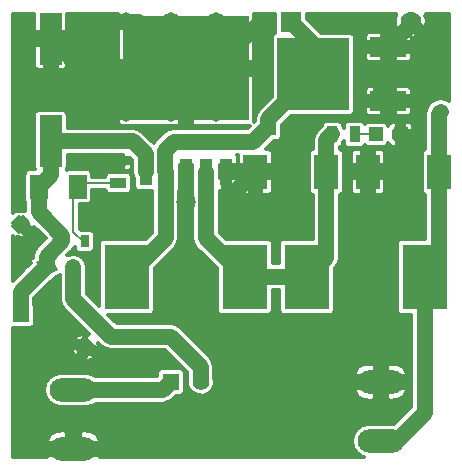
<source format=gtl>
G04 (created by PCBNEW (2013-07-07 BZR 4022)-stable) date 02/05/2014 07:12:38*
%MOIN*%
G04 Gerber Fmt 3.4, Leading zero omitted, Abs format*
%FSLAX34Y34*%
G01*
G70*
G90*
G04 APERTURE LIST*
%ADD10C,0.00590551*%
%ADD11R,0.0787X0.1181*%
%ADD12R,0.1516X0.2165*%
%ADD13R,0.035X0.055*%
%ADD14R,0.0472X0.0472*%
%ADD15R,0.042X0.09*%
%ADD16R,0.42X0.35*%
%ADD17R,0.12X0.065*%
%ADD18R,0.24X0.24*%
%ADD19R,0.0748X0.1732*%
%ADD20R,0.055X0.035*%
%ADD21R,0.055X0.055*%
%ADD22R,0.06X0.08*%
%ADD23R,0.0315X0.0394*%
%ADD24C,0.07*%
%ADD25R,0.07X0.07*%
%ADD26O,0.156X0.078*%
%ADD27C,0.055*%
%ADD28C,0.065*%
%ADD29C,0.0544*%
%ADD30C,0.008*%
%ADD31C,0.012*%
G04 APERTURE END LIST*
G54D10*
G54D11*
X72319Y-43000D03*
X74681Y-43000D03*
X76069Y-43000D03*
X78431Y-43000D03*
G54D12*
X68041Y-46500D03*
X71959Y-46500D03*
X74041Y-46500D03*
X77959Y-46500D03*
G54D13*
X74875Y-41750D03*
X75625Y-41750D03*
G54D14*
X76337Y-41750D03*
X77163Y-41750D03*
G54D15*
X68660Y-43000D03*
G54D16*
X70000Y-39550D03*
G54D15*
X70000Y-43000D03*
X69330Y-43000D03*
X70670Y-43000D03*
X71340Y-43000D03*
G54D17*
X76750Y-40650D03*
G54D18*
X74250Y-39750D03*
G54D17*
X76750Y-38850D03*
G54D19*
X65500Y-41982D03*
X65500Y-38557D03*
G54D20*
X67750Y-43375D03*
X67750Y-42625D03*
G54D21*
X72750Y-41500D03*
G54D22*
X66400Y-43500D03*
X65100Y-43500D03*
G54D23*
X66250Y-46183D03*
X65875Y-45317D03*
X66625Y-45317D03*
G54D24*
X77500Y-38000D03*
G54D25*
X73500Y-38000D03*
G54D26*
X66250Y-52240D03*
X66250Y-50270D03*
X76500Y-50010D03*
X76500Y-51980D03*
G54D10*
G36*
X65731Y-46273D02*
X65233Y-46505D01*
X65000Y-46007D01*
X65499Y-45775D01*
X65731Y-46273D01*
X65731Y-46273D01*
G37*
G54D27*
X66633Y-48859D03*
G54D21*
X64500Y-47750D03*
G54D27*
X64500Y-44750D03*
G54D21*
X69500Y-50000D03*
G54D27*
X70500Y-50000D03*
G54D28*
X71750Y-44000D03*
X70000Y-44000D03*
X66250Y-39250D03*
X76750Y-43000D03*
X76500Y-40000D03*
X69500Y-41000D03*
X68000Y-41000D03*
X68000Y-39500D03*
X68750Y-40250D03*
X69500Y-39500D03*
X70250Y-40250D03*
X71000Y-41000D03*
X71750Y-40250D03*
X71000Y-39500D03*
X72500Y-38000D03*
X71750Y-38750D03*
X71000Y-38000D03*
X70250Y-38750D03*
X69500Y-38000D03*
X68750Y-38750D03*
X68000Y-38000D03*
X67000Y-42750D03*
G54D29*
X77959Y-46500D02*
X77959Y-51041D01*
X77020Y-51980D02*
X76500Y-51980D01*
X77959Y-51041D02*
X77020Y-51980D01*
X77959Y-46500D02*
X78431Y-46028D01*
X78431Y-46028D02*
X78431Y-43000D01*
X78500Y-41000D02*
X78431Y-41069D01*
X78431Y-41069D02*
X78431Y-43000D01*
X74041Y-46500D02*
X74681Y-45860D01*
X74681Y-45860D02*
X74681Y-43000D01*
X74875Y-41750D02*
X74681Y-41944D01*
X74681Y-41944D02*
X74681Y-43000D01*
X71959Y-46500D02*
X70670Y-45211D01*
X70670Y-45211D02*
X70670Y-43000D01*
X71959Y-46500D02*
X74041Y-46500D01*
X74250Y-39750D02*
X72750Y-41250D01*
X72750Y-41250D02*
X72750Y-41500D01*
X72750Y-41500D02*
X72250Y-42000D01*
X72250Y-42000D02*
X69600Y-42000D01*
X69600Y-42000D02*
X69300Y-42300D01*
X69300Y-42300D02*
X69300Y-42970D01*
X69300Y-42970D02*
X69330Y-43000D01*
X68041Y-46500D02*
X69330Y-45211D01*
X69330Y-45211D02*
X69330Y-43000D01*
X73500Y-38000D02*
X74250Y-38750D01*
X74250Y-38750D02*
X74250Y-39750D01*
X65875Y-45317D02*
X65875Y-45125D01*
X65100Y-44350D02*
X65100Y-43500D01*
X65875Y-45125D02*
X65100Y-44350D01*
X65366Y-46140D02*
X65366Y-45825D01*
X65366Y-45825D02*
X65875Y-45317D01*
X64500Y-47750D02*
X64500Y-47006D01*
X64500Y-47006D02*
X65366Y-46140D01*
X68660Y-43000D02*
X68660Y-42410D01*
X68232Y-41982D02*
X65500Y-41982D01*
X68660Y-42410D02*
X68232Y-41982D01*
X65500Y-41982D02*
X65500Y-43100D01*
X65500Y-43100D02*
X65100Y-43500D01*
X70500Y-50000D02*
X70500Y-49500D01*
X66250Y-47250D02*
X66250Y-46183D01*
X67500Y-48500D02*
X66250Y-47250D01*
X69500Y-48500D02*
X67500Y-48500D01*
X70500Y-49500D02*
X69500Y-48500D01*
X66250Y-50270D02*
X69230Y-50270D01*
X69230Y-50270D02*
X69500Y-50000D01*
X72319Y-43000D02*
X71750Y-43569D01*
X71750Y-43569D02*
X71750Y-44000D01*
X70000Y-43000D02*
X70000Y-44000D01*
X65500Y-38557D02*
X66193Y-39250D01*
X66193Y-39250D02*
X66250Y-39250D01*
X77163Y-41750D02*
X77250Y-41837D01*
X76750Y-43000D02*
X76069Y-43000D01*
X77250Y-42500D02*
X76750Y-43000D01*
X77250Y-41837D02*
X77250Y-42500D01*
X76750Y-40650D02*
X76500Y-40400D01*
X76500Y-40400D02*
X76500Y-40000D01*
X76750Y-38850D02*
X77500Y-38100D01*
X77500Y-38100D02*
X77500Y-38000D01*
X70000Y-39550D02*
X68450Y-38000D01*
X69500Y-41000D02*
X70000Y-39550D01*
X68000Y-39500D02*
X68000Y-41000D01*
X69500Y-39500D02*
X68750Y-40250D01*
X71000Y-41000D02*
X70250Y-40250D01*
X71000Y-39500D02*
X71750Y-40250D01*
X71750Y-38750D02*
X72500Y-38000D01*
X70250Y-38750D02*
X71000Y-38000D01*
X68750Y-38750D02*
X69500Y-38000D01*
X68450Y-38000D02*
X68000Y-38000D01*
X72319Y-43000D02*
X71750Y-43000D01*
X71750Y-43000D02*
X71340Y-43000D01*
X67750Y-42625D02*
X67125Y-42625D01*
X67125Y-42625D02*
X67000Y-42750D01*
G54D30*
X67750Y-43375D02*
X66525Y-43375D01*
X66525Y-43375D02*
X66400Y-43500D01*
X66625Y-45317D02*
X66567Y-45317D01*
X66250Y-43650D02*
X66400Y-43500D01*
X66250Y-45000D02*
X66250Y-43650D01*
X66567Y-45317D02*
X66250Y-45000D01*
X76337Y-41750D02*
X75625Y-41750D01*
G54D10*
G36*
X65331Y-45221D02*
X65046Y-45506D01*
X64948Y-45652D01*
X64914Y-45825D01*
X64914Y-45849D01*
X64892Y-45859D01*
X64843Y-45912D01*
X64819Y-45979D01*
X64822Y-46045D01*
X64681Y-46185D01*
X64230Y-46637D01*
X64230Y-45131D01*
X64324Y-45225D01*
X64361Y-45188D01*
X64530Y-45210D01*
X64648Y-45187D01*
X64681Y-45125D01*
X64500Y-44944D01*
X64441Y-45002D01*
X64247Y-44808D01*
X64305Y-44750D01*
X64247Y-44691D01*
X64441Y-44497D01*
X64500Y-44555D01*
X64558Y-44497D01*
X64752Y-44691D01*
X64694Y-44750D01*
X64875Y-44931D01*
X64937Y-44898D01*
X64945Y-44835D01*
X65331Y-45221D01*
X65331Y-45221D01*
G37*
G54D31*
X65331Y-45221D02*
X65046Y-45506D01*
X64948Y-45652D01*
X64914Y-45825D01*
X64914Y-45849D01*
X64892Y-45859D01*
X64843Y-45912D01*
X64819Y-45979D01*
X64822Y-46045D01*
X64681Y-46185D01*
X64230Y-46637D01*
X64230Y-45131D01*
X64324Y-45225D01*
X64361Y-45188D01*
X64530Y-45210D01*
X64648Y-45187D01*
X64681Y-45125D01*
X64500Y-44944D01*
X64441Y-45002D01*
X64247Y-44808D01*
X64305Y-44750D01*
X64247Y-44691D01*
X64441Y-44497D01*
X64500Y-44555D01*
X64558Y-44497D01*
X64752Y-44691D01*
X64694Y-44750D01*
X64875Y-44931D01*
X64937Y-44898D01*
X64945Y-44835D01*
X65331Y-45221D01*
G54D10*
G36*
X68878Y-45023D02*
X68664Y-45237D01*
X67247Y-45237D01*
X67181Y-45264D01*
X67130Y-45315D01*
X67103Y-45381D01*
X67102Y-45453D01*
X67102Y-47463D01*
X66702Y-47062D01*
X66702Y-46183D01*
X66667Y-46010D01*
X66569Y-45863D01*
X66422Y-45765D01*
X66250Y-45731D01*
X66077Y-45765D01*
X66043Y-45787D01*
X66194Y-45636D01*
X66194Y-45636D01*
X66194Y-45636D01*
X66287Y-45497D01*
X66287Y-45549D01*
X66314Y-45615D01*
X66365Y-45666D01*
X66431Y-45693D01*
X66503Y-45694D01*
X66818Y-45694D01*
X66884Y-45666D01*
X66935Y-45616D01*
X66962Y-45549D01*
X66962Y-45478D01*
X66962Y-45084D01*
X66935Y-45018D01*
X66884Y-44967D01*
X66818Y-44940D01*
X66746Y-44939D01*
X66501Y-44939D01*
X66470Y-44908D01*
X66470Y-44080D01*
X66735Y-44080D01*
X66801Y-44052D01*
X66852Y-44002D01*
X66879Y-43935D01*
X66880Y-43864D01*
X66880Y-43595D01*
X67298Y-43595D01*
X67322Y-43651D01*
X67372Y-43702D01*
X67439Y-43729D01*
X67510Y-43730D01*
X68060Y-43730D01*
X68126Y-43702D01*
X68177Y-43652D01*
X68204Y-43585D01*
X68205Y-43514D01*
X68205Y-43164D01*
X68203Y-43159D01*
X68203Y-42835D01*
X68203Y-42757D01*
X68158Y-42712D01*
X67887Y-42712D01*
X67887Y-42933D01*
X67932Y-42978D01*
X67989Y-42978D01*
X68060Y-42978D01*
X68126Y-42950D01*
X68176Y-42900D01*
X68203Y-42835D01*
X68203Y-43159D01*
X68177Y-43098D01*
X68127Y-43047D01*
X68060Y-43020D01*
X67989Y-43019D01*
X67612Y-43019D01*
X67612Y-42933D01*
X67612Y-42712D01*
X67341Y-42712D01*
X67296Y-42757D01*
X67296Y-42835D01*
X67323Y-42900D01*
X67373Y-42950D01*
X67439Y-42978D01*
X67510Y-42978D01*
X67567Y-42978D01*
X67612Y-42933D01*
X67612Y-43019D01*
X67439Y-43019D01*
X67373Y-43047D01*
X67322Y-43097D01*
X67298Y-43155D01*
X66880Y-43155D01*
X66880Y-43064D01*
X66852Y-42998D01*
X66802Y-42947D01*
X66735Y-42920D01*
X66664Y-42919D01*
X66064Y-42919D01*
X66033Y-42932D01*
X66053Y-42883D01*
X66054Y-42812D01*
X66054Y-42434D01*
X67296Y-42434D01*
X67296Y-42492D01*
X67341Y-42537D01*
X67612Y-42537D01*
X67612Y-42450D01*
X67887Y-42450D01*
X67887Y-42537D01*
X68148Y-42537D01*
X68208Y-42597D01*
X68208Y-43000D01*
X68242Y-43172D01*
X68269Y-43214D01*
X68269Y-43485D01*
X68297Y-43551D01*
X68347Y-43602D01*
X68414Y-43629D01*
X68485Y-43630D01*
X68878Y-43630D01*
X68878Y-45023D01*
X68878Y-45023D01*
G37*
G54D31*
X68878Y-45023D02*
X68664Y-45237D01*
X67247Y-45237D01*
X67181Y-45264D01*
X67130Y-45315D01*
X67103Y-45381D01*
X67102Y-45453D01*
X67102Y-47463D01*
X66702Y-47062D01*
X66702Y-46183D01*
X66667Y-46010D01*
X66569Y-45863D01*
X66422Y-45765D01*
X66250Y-45731D01*
X66077Y-45765D01*
X66043Y-45787D01*
X66194Y-45636D01*
X66194Y-45636D01*
X66194Y-45636D01*
X66287Y-45497D01*
X66287Y-45549D01*
X66314Y-45615D01*
X66365Y-45666D01*
X66431Y-45693D01*
X66503Y-45694D01*
X66818Y-45694D01*
X66884Y-45666D01*
X66935Y-45616D01*
X66962Y-45549D01*
X66962Y-45478D01*
X66962Y-45084D01*
X66935Y-45018D01*
X66884Y-44967D01*
X66818Y-44940D01*
X66746Y-44939D01*
X66501Y-44939D01*
X66470Y-44908D01*
X66470Y-44080D01*
X66735Y-44080D01*
X66801Y-44052D01*
X66852Y-44002D01*
X66879Y-43935D01*
X66880Y-43864D01*
X66880Y-43595D01*
X67298Y-43595D01*
X67322Y-43651D01*
X67372Y-43702D01*
X67439Y-43729D01*
X67510Y-43730D01*
X68060Y-43730D01*
X68126Y-43702D01*
X68177Y-43652D01*
X68204Y-43585D01*
X68205Y-43514D01*
X68205Y-43164D01*
X68203Y-43159D01*
X68203Y-42835D01*
X68203Y-42757D01*
X68158Y-42712D01*
X67887Y-42712D01*
X67887Y-42933D01*
X67932Y-42978D01*
X67989Y-42978D01*
X68060Y-42978D01*
X68126Y-42950D01*
X68176Y-42900D01*
X68203Y-42835D01*
X68203Y-43159D01*
X68177Y-43098D01*
X68127Y-43047D01*
X68060Y-43020D01*
X67989Y-43019D01*
X67612Y-43019D01*
X67612Y-42933D01*
X67612Y-42712D01*
X67341Y-42712D01*
X67296Y-42757D01*
X67296Y-42835D01*
X67323Y-42900D01*
X67373Y-42950D01*
X67439Y-42978D01*
X67510Y-42978D01*
X67567Y-42978D01*
X67612Y-42933D01*
X67612Y-43019D01*
X67439Y-43019D01*
X67373Y-43047D01*
X67322Y-43097D01*
X67298Y-43155D01*
X66880Y-43155D01*
X66880Y-43064D01*
X66852Y-42998D01*
X66802Y-42947D01*
X66735Y-42920D01*
X66664Y-42919D01*
X66064Y-42919D01*
X66033Y-42932D01*
X66053Y-42883D01*
X66054Y-42812D01*
X66054Y-42434D01*
X67296Y-42434D01*
X67296Y-42492D01*
X67341Y-42537D01*
X67612Y-42537D01*
X67612Y-42450D01*
X67887Y-42450D01*
X67887Y-42537D01*
X68148Y-42537D01*
X68208Y-42597D01*
X68208Y-43000D01*
X68242Y-43172D01*
X68269Y-43214D01*
X68269Y-43485D01*
X68297Y-43551D01*
X68347Y-43602D01*
X68414Y-43629D01*
X68485Y-43630D01*
X68878Y-43630D01*
X68878Y-45023D01*
G54D10*
G36*
X72970Y-38387D02*
X72948Y-38397D01*
X72897Y-38447D01*
X72870Y-38514D01*
X72869Y-38585D01*
X72869Y-40490D01*
X72430Y-40930D01*
X72332Y-41077D01*
X72323Y-41121D01*
X72322Y-41122D01*
X72295Y-41189D01*
X72294Y-41260D01*
X72294Y-41315D01*
X72278Y-41332D01*
X72278Y-41264D01*
X72278Y-39806D01*
X72233Y-39762D01*
X70212Y-39762D01*
X70212Y-41433D01*
X70256Y-41478D01*
X72132Y-41478D01*
X72062Y-41548D01*
X69788Y-41548D01*
X69788Y-41433D01*
X69788Y-39762D01*
X67766Y-39762D01*
X67721Y-39806D01*
X67721Y-41264D01*
X67721Y-41335D01*
X67749Y-41401D01*
X67799Y-41451D01*
X67864Y-41478D01*
X69743Y-41478D01*
X69788Y-41433D01*
X69788Y-41548D01*
X69600Y-41548D01*
X69427Y-41582D01*
X69378Y-41614D01*
X69280Y-41680D01*
X68980Y-41980D01*
X68936Y-42046D01*
X68551Y-41662D01*
X68404Y-41564D01*
X68232Y-41530D01*
X66054Y-41530D01*
X66054Y-41080D01*
X66052Y-41075D01*
X66052Y-39458D01*
X66052Y-38813D01*
X66007Y-38769D01*
X65687Y-38769D01*
X65687Y-39556D01*
X65731Y-39601D01*
X65838Y-39601D01*
X65909Y-39601D01*
X65975Y-39573D01*
X66025Y-39523D01*
X66052Y-39458D01*
X66052Y-41075D01*
X66026Y-41014D01*
X65976Y-40963D01*
X65909Y-40936D01*
X65838Y-40935D01*
X65313Y-40935D01*
X65313Y-39556D01*
X65313Y-38769D01*
X64992Y-38769D01*
X64947Y-38813D01*
X64947Y-39458D01*
X64974Y-39523D01*
X65024Y-39573D01*
X65090Y-39601D01*
X65161Y-39601D01*
X65268Y-39601D01*
X65313Y-39556D01*
X65313Y-40935D01*
X65090Y-40935D01*
X65024Y-40963D01*
X64973Y-41013D01*
X64946Y-41080D01*
X64945Y-41151D01*
X64945Y-42883D01*
X64960Y-42919D01*
X64764Y-42919D01*
X64698Y-42947D01*
X64647Y-42997D01*
X64620Y-43064D01*
X64619Y-43135D01*
X64619Y-43935D01*
X64647Y-44001D01*
X64648Y-44002D01*
X64648Y-44302D01*
X64638Y-44311D01*
X64469Y-44289D01*
X64360Y-44310D01*
X64324Y-44274D01*
X64230Y-44368D01*
X64230Y-37730D01*
X64947Y-37730D01*
X64947Y-38300D01*
X64992Y-38345D01*
X65313Y-38345D01*
X65313Y-38337D01*
X65687Y-38337D01*
X65687Y-38345D01*
X66007Y-38345D01*
X66052Y-38300D01*
X66052Y-37730D01*
X67736Y-37730D01*
X67721Y-37764D01*
X67721Y-37835D01*
X67721Y-39293D01*
X67766Y-39338D01*
X69788Y-39338D01*
X69788Y-39330D01*
X70212Y-39330D01*
X70212Y-39338D01*
X72233Y-39338D01*
X72278Y-39293D01*
X72278Y-37835D01*
X72278Y-37764D01*
X72263Y-37730D01*
X72969Y-37730D01*
X72969Y-38385D01*
X72970Y-38387D01*
X72970Y-38387D01*
G37*
G54D31*
X72970Y-38387D02*
X72948Y-38397D01*
X72897Y-38447D01*
X72870Y-38514D01*
X72869Y-38585D01*
X72869Y-40490D01*
X72430Y-40930D01*
X72332Y-41077D01*
X72323Y-41121D01*
X72322Y-41122D01*
X72295Y-41189D01*
X72294Y-41260D01*
X72294Y-41315D01*
X72278Y-41332D01*
X72278Y-41264D01*
X72278Y-39806D01*
X72233Y-39762D01*
X70212Y-39762D01*
X70212Y-41433D01*
X70256Y-41478D01*
X72132Y-41478D01*
X72062Y-41548D01*
X69788Y-41548D01*
X69788Y-41433D01*
X69788Y-39762D01*
X67766Y-39762D01*
X67721Y-39806D01*
X67721Y-41264D01*
X67721Y-41335D01*
X67749Y-41401D01*
X67799Y-41451D01*
X67864Y-41478D01*
X69743Y-41478D01*
X69788Y-41433D01*
X69788Y-41548D01*
X69600Y-41548D01*
X69427Y-41582D01*
X69378Y-41614D01*
X69280Y-41680D01*
X68980Y-41980D01*
X68936Y-42046D01*
X68551Y-41662D01*
X68404Y-41564D01*
X68232Y-41530D01*
X66054Y-41530D01*
X66054Y-41080D01*
X66052Y-41075D01*
X66052Y-39458D01*
X66052Y-38813D01*
X66007Y-38769D01*
X65687Y-38769D01*
X65687Y-39556D01*
X65731Y-39601D01*
X65838Y-39601D01*
X65909Y-39601D01*
X65975Y-39573D01*
X66025Y-39523D01*
X66052Y-39458D01*
X66052Y-41075D01*
X66026Y-41014D01*
X65976Y-40963D01*
X65909Y-40936D01*
X65838Y-40935D01*
X65313Y-40935D01*
X65313Y-39556D01*
X65313Y-38769D01*
X64992Y-38769D01*
X64947Y-38813D01*
X64947Y-39458D01*
X64974Y-39523D01*
X65024Y-39573D01*
X65090Y-39601D01*
X65161Y-39601D01*
X65268Y-39601D01*
X65313Y-39556D01*
X65313Y-40935D01*
X65090Y-40935D01*
X65024Y-40963D01*
X64973Y-41013D01*
X64946Y-41080D01*
X64945Y-41151D01*
X64945Y-42883D01*
X64960Y-42919D01*
X64764Y-42919D01*
X64698Y-42947D01*
X64647Y-42997D01*
X64620Y-43064D01*
X64619Y-43135D01*
X64619Y-43935D01*
X64647Y-44001D01*
X64648Y-44002D01*
X64648Y-44302D01*
X64638Y-44311D01*
X64469Y-44289D01*
X64360Y-44310D01*
X64324Y-44274D01*
X64230Y-44368D01*
X64230Y-37730D01*
X64947Y-37730D01*
X64947Y-38300D01*
X64992Y-38345D01*
X65313Y-38345D01*
X65313Y-38337D01*
X65687Y-38337D01*
X65687Y-38345D01*
X66007Y-38345D01*
X66052Y-38300D01*
X66052Y-37730D01*
X67736Y-37730D01*
X67721Y-37764D01*
X67721Y-37835D01*
X67721Y-39293D01*
X67766Y-39338D01*
X69788Y-39338D01*
X69788Y-39330D01*
X70212Y-39330D01*
X70212Y-39338D01*
X72233Y-39338D01*
X72278Y-39293D01*
X72278Y-37835D01*
X72278Y-37764D01*
X72263Y-37730D01*
X72969Y-37730D01*
X72969Y-38385D01*
X72970Y-38387D01*
G54D10*
G36*
X78770Y-40647D02*
X78672Y-40582D01*
X78500Y-40548D01*
X78327Y-40582D01*
X78180Y-40680D01*
X78111Y-40749D01*
X78036Y-40862D01*
X78013Y-40896D01*
X77979Y-41069D01*
X77979Y-42238D01*
X77935Y-42256D01*
X77884Y-42307D01*
X77857Y-42373D01*
X77857Y-42445D01*
X77857Y-43626D01*
X77884Y-43692D01*
X77935Y-43743D01*
X77979Y-43761D01*
X77979Y-45237D01*
X77702Y-45237D01*
X77577Y-45237D01*
X77577Y-41950D01*
X77577Y-41549D01*
X77577Y-41478D01*
X77549Y-41412D01*
X77528Y-41391D01*
X77528Y-41010D01*
X77528Y-40289D01*
X77528Y-39210D01*
X77528Y-39057D01*
X77483Y-39012D01*
X76962Y-39012D01*
X76962Y-39308D01*
X77006Y-39353D01*
X77314Y-39353D01*
X77385Y-39353D01*
X77451Y-39325D01*
X77501Y-39275D01*
X77528Y-39210D01*
X77528Y-40289D01*
X77501Y-40224D01*
X77451Y-40174D01*
X77385Y-40146D01*
X77314Y-40146D01*
X77006Y-40146D01*
X76962Y-40191D01*
X76962Y-40487D01*
X77483Y-40487D01*
X77528Y-40442D01*
X77528Y-40289D01*
X77528Y-41010D01*
X77528Y-40857D01*
X77483Y-40812D01*
X76962Y-40812D01*
X76962Y-41108D01*
X77006Y-41153D01*
X77314Y-41153D01*
X77385Y-41153D01*
X77451Y-41125D01*
X77501Y-41075D01*
X77528Y-41010D01*
X77528Y-41391D01*
X77499Y-41362D01*
X77434Y-41335D01*
X77325Y-41335D01*
X77281Y-41380D01*
X77281Y-41632D01*
X77532Y-41632D01*
X77577Y-41587D01*
X77577Y-41549D01*
X77577Y-41950D01*
X77577Y-41912D01*
X77532Y-41868D01*
X77281Y-41868D01*
X77281Y-42119D01*
X77325Y-42164D01*
X77434Y-42164D01*
X77499Y-42137D01*
X77549Y-42087D01*
X77577Y-42021D01*
X77577Y-41950D01*
X77577Y-45237D01*
X77165Y-45237D01*
X77099Y-45264D01*
X77048Y-45315D01*
X77021Y-45381D01*
X77020Y-45453D01*
X77020Y-47618D01*
X77048Y-47684D01*
X77098Y-47735D01*
X77165Y-47762D01*
X77236Y-47762D01*
X77507Y-47762D01*
X77507Y-50853D01*
X77386Y-50974D01*
X77386Y-50286D01*
X77386Y-49733D01*
X77271Y-49513D01*
X77051Y-49405D01*
X76808Y-49389D01*
X76712Y-49454D01*
X76712Y-49815D01*
X77375Y-49815D01*
X77386Y-49733D01*
X77386Y-50286D01*
X77375Y-50205D01*
X76712Y-50205D01*
X76712Y-50565D01*
X76808Y-50630D01*
X77051Y-50614D01*
X77271Y-50506D01*
X77386Y-50286D01*
X77386Y-50974D01*
X76943Y-51416D01*
X76908Y-51410D01*
X76640Y-51410D01*
X76640Y-43555D01*
X76640Y-42444D01*
X76640Y-42373D01*
X76613Y-42308D01*
X76563Y-42258D01*
X76497Y-42231D01*
X76310Y-42231D01*
X76265Y-42275D01*
X76265Y-42788D01*
X76596Y-42788D01*
X76640Y-42743D01*
X76640Y-42444D01*
X76640Y-43555D01*
X76640Y-43256D01*
X76596Y-43212D01*
X76265Y-43212D01*
X76265Y-43724D01*
X76310Y-43768D01*
X76497Y-43768D01*
X76563Y-43741D01*
X76613Y-43691D01*
X76640Y-43626D01*
X76640Y-43555D01*
X76640Y-51410D01*
X76288Y-51410D01*
X76288Y-50565D01*
X76288Y-50205D01*
X76288Y-49815D01*
X76288Y-49454D01*
X76191Y-49389D01*
X75948Y-49405D01*
X75872Y-49442D01*
X75872Y-43724D01*
X75872Y-43212D01*
X75872Y-42788D01*
X75872Y-42275D01*
X75827Y-42231D01*
X75640Y-42231D01*
X75574Y-42258D01*
X75524Y-42308D01*
X75497Y-42373D01*
X75497Y-42444D01*
X75497Y-42743D01*
X75541Y-42788D01*
X75872Y-42788D01*
X75872Y-43212D01*
X75541Y-43212D01*
X75497Y-43256D01*
X75497Y-43555D01*
X75497Y-43626D01*
X75524Y-43691D01*
X75574Y-43741D01*
X75640Y-43768D01*
X75827Y-43768D01*
X75872Y-43724D01*
X75872Y-49442D01*
X75728Y-49513D01*
X75613Y-49733D01*
X75624Y-49815D01*
X76288Y-49815D01*
X76288Y-50205D01*
X75624Y-50205D01*
X75613Y-50286D01*
X75728Y-50506D01*
X75948Y-50614D01*
X76191Y-50630D01*
X76288Y-50565D01*
X76288Y-51410D01*
X76091Y-51410D01*
X75873Y-51453D01*
X75688Y-51576D01*
X75564Y-51761D01*
X75521Y-51980D01*
X75564Y-52198D01*
X75688Y-52383D01*
X75873Y-52506D01*
X75940Y-52520D01*
X69955Y-52520D01*
X69955Y-50239D01*
X69955Y-49689D01*
X69927Y-49623D01*
X69877Y-49572D01*
X69810Y-49545D01*
X69739Y-49544D01*
X69189Y-49544D01*
X69123Y-49572D01*
X69072Y-49622D01*
X69045Y-49689D01*
X69044Y-49760D01*
X69044Y-49815D01*
X69042Y-49818D01*
X66988Y-49818D01*
X66957Y-49797D01*
X66957Y-49123D01*
X66716Y-49035D01*
X66639Y-49246D01*
X66628Y-49276D01*
X66684Y-49318D01*
X66856Y-49264D01*
X66953Y-49193D01*
X66957Y-49123D01*
X66957Y-49797D01*
X66876Y-49743D01*
X66658Y-49700D01*
X66457Y-49700D01*
X66457Y-48941D01*
X66216Y-48853D01*
X66174Y-48910D01*
X66229Y-49082D01*
X66299Y-49178D01*
X66369Y-49182D01*
X66457Y-48941D01*
X66457Y-49700D01*
X65841Y-49700D01*
X65623Y-49743D01*
X65438Y-49866D01*
X65314Y-50051D01*
X65271Y-50270D01*
X65314Y-50488D01*
X65438Y-50673D01*
X65623Y-50796D01*
X65841Y-50840D01*
X66658Y-50840D01*
X66876Y-50796D01*
X66988Y-50722D01*
X69230Y-50722D01*
X69402Y-50687D01*
X69402Y-50687D01*
X69549Y-50589D01*
X69684Y-50455D01*
X69810Y-50455D01*
X69876Y-50427D01*
X69927Y-50377D01*
X69954Y-50310D01*
X69955Y-50239D01*
X69955Y-52520D01*
X67134Y-52520D01*
X67136Y-52516D01*
X67136Y-51963D01*
X67021Y-51743D01*
X66801Y-51635D01*
X66558Y-51619D01*
X66462Y-51684D01*
X66462Y-52045D01*
X67125Y-52045D01*
X67136Y-51963D01*
X67136Y-52516D01*
X67125Y-52435D01*
X66462Y-52435D01*
X66462Y-52459D01*
X66038Y-52459D01*
X66038Y-52435D01*
X66038Y-52045D01*
X66038Y-51684D01*
X65941Y-51619D01*
X65698Y-51635D01*
X65478Y-51743D01*
X65363Y-51963D01*
X65374Y-52045D01*
X66038Y-52045D01*
X66038Y-52435D01*
X65374Y-52435D01*
X65363Y-52516D01*
X65365Y-52520D01*
X64230Y-52520D01*
X64230Y-49250D01*
X64230Y-48205D01*
X64260Y-48205D01*
X64810Y-48205D01*
X64876Y-48177D01*
X64927Y-48127D01*
X64954Y-48060D01*
X64955Y-47989D01*
X64955Y-47439D01*
X64952Y-47432D01*
X64952Y-47193D01*
X65623Y-46522D01*
X65798Y-46441D01*
X65798Y-47250D01*
X65832Y-47422D01*
X65930Y-47569D01*
X66777Y-48416D01*
X66639Y-48554D01*
X66639Y-48442D01*
X66583Y-48400D01*
X66411Y-48454D01*
X66314Y-48525D01*
X66310Y-48595D01*
X66551Y-48683D01*
X66639Y-48442D01*
X66639Y-48554D01*
X66639Y-48554D01*
X66639Y-48554D01*
X66824Y-48738D01*
X66810Y-48777D01*
X66892Y-48807D01*
X66939Y-48853D01*
X66961Y-48832D01*
X67051Y-48865D01*
X67093Y-48808D01*
X67067Y-48726D01*
X67076Y-48716D01*
X67180Y-48819D01*
X67327Y-48917D01*
X67327Y-48917D01*
X67500Y-48952D01*
X69312Y-48952D01*
X70048Y-49687D01*
X70048Y-49902D01*
X70045Y-49909D01*
X70044Y-50090D01*
X70114Y-50257D01*
X70241Y-50385D01*
X70409Y-50454D01*
X70590Y-50455D01*
X70757Y-50385D01*
X70885Y-50258D01*
X70954Y-50090D01*
X70955Y-49909D01*
X70952Y-49902D01*
X70952Y-49500D01*
X70917Y-49327D01*
X70917Y-49327D01*
X70819Y-49180D01*
X69819Y-48180D01*
X69672Y-48082D01*
X69500Y-48048D01*
X67687Y-48048D01*
X67401Y-47762D01*
X68834Y-47762D01*
X68900Y-47735D01*
X68951Y-47684D01*
X68978Y-47618D01*
X68979Y-47546D01*
X68979Y-46201D01*
X69649Y-45530D01*
X69747Y-45383D01*
X69747Y-45383D01*
X69782Y-45211D01*
X69782Y-43628D01*
X69850Y-43628D01*
X69895Y-43583D01*
X69895Y-43212D01*
X69790Y-43212D01*
X69790Y-42788D01*
X69895Y-42788D01*
X69895Y-42780D01*
X70105Y-42780D01*
X70105Y-42788D01*
X70210Y-42788D01*
X70210Y-43212D01*
X70105Y-43212D01*
X70105Y-43583D01*
X70149Y-43628D01*
X70218Y-43628D01*
X70218Y-45211D01*
X70252Y-45383D01*
X70350Y-45530D01*
X71020Y-46201D01*
X71020Y-47618D01*
X71048Y-47684D01*
X71098Y-47735D01*
X71165Y-47762D01*
X71236Y-47762D01*
X72752Y-47762D01*
X72818Y-47735D01*
X72869Y-47684D01*
X72896Y-47618D01*
X72897Y-47546D01*
X72897Y-46952D01*
X73102Y-46952D01*
X73102Y-47618D01*
X73130Y-47684D01*
X73180Y-47735D01*
X73247Y-47762D01*
X73318Y-47762D01*
X74834Y-47762D01*
X74900Y-47735D01*
X74951Y-47684D01*
X74978Y-47618D01*
X74979Y-47546D01*
X74979Y-46201D01*
X75000Y-46179D01*
X75000Y-46179D01*
X75066Y-46081D01*
X75098Y-46032D01*
X75098Y-46032D01*
X75132Y-45860D01*
X75133Y-45860D01*
X75133Y-43761D01*
X75176Y-43743D01*
X75227Y-43692D01*
X75254Y-43626D01*
X75254Y-43554D01*
X75254Y-42373D01*
X75227Y-42307D01*
X75176Y-42256D01*
X75133Y-42238D01*
X75133Y-42185D01*
X75151Y-42177D01*
X75202Y-42127D01*
X75229Y-42060D01*
X75230Y-42016D01*
X75269Y-41956D01*
X75269Y-42060D01*
X75297Y-42126D01*
X75347Y-42177D01*
X75414Y-42204D01*
X75485Y-42205D01*
X75835Y-42205D01*
X75901Y-42177D01*
X75952Y-42127D01*
X75962Y-42102D01*
X75998Y-42138D01*
X76065Y-42165D01*
X76136Y-42166D01*
X76608Y-42166D01*
X76674Y-42138D01*
X76725Y-42088D01*
X76751Y-42026D01*
X76776Y-42087D01*
X76826Y-42137D01*
X76891Y-42164D01*
X77000Y-42164D01*
X77045Y-42119D01*
X77045Y-41868D01*
X76943Y-41868D01*
X76943Y-41632D01*
X77045Y-41632D01*
X77045Y-41380D01*
X77000Y-41335D01*
X76891Y-41335D01*
X76826Y-41362D01*
X76776Y-41412D01*
X76750Y-41473D01*
X76725Y-41412D01*
X76675Y-41361D01*
X76608Y-41334D01*
X76538Y-41333D01*
X76538Y-41108D01*
X76538Y-40812D01*
X76538Y-40487D01*
X76538Y-40191D01*
X76538Y-39308D01*
X76538Y-39012D01*
X76538Y-38687D01*
X76538Y-38391D01*
X76493Y-38346D01*
X76185Y-38346D01*
X76114Y-38346D01*
X76048Y-38374D01*
X75998Y-38424D01*
X75971Y-38489D01*
X75971Y-38642D01*
X76016Y-38687D01*
X76538Y-38687D01*
X76538Y-39012D01*
X76016Y-39012D01*
X75971Y-39057D01*
X75971Y-39210D01*
X75998Y-39275D01*
X76048Y-39325D01*
X76114Y-39353D01*
X76185Y-39353D01*
X76493Y-39353D01*
X76538Y-39308D01*
X76538Y-40191D01*
X76493Y-40146D01*
X76185Y-40146D01*
X76114Y-40146D01*
X76048Y-40174D01*
X75998Y-40224D01*
X75971Y-40289D01*
X75971Y-40442D01*
X76016Y-40487D01*
X76538Y-40487D01*
X76538Y-40812D01*
X76016Y-40812D01*
X75971Y-40857D01*
X75971Y-41010D01*
X75998Y-41075D01*
X76048Y-41125D01*
X76114Y-41153D01*
X76185Y-41153D01*
X76493Y-41153D01*
X76538Y-41108D01*
X76538Y-41333D01*
X76537Y-41333D01*
X76065Y-41333D01*
X75999Y-41361D01*
X75962Y-41397D01*
X75952Y-41373D01*
X75902Y-41322D01*
X75835Y-41295D01*
X75764Y-41294D01*
X75414Y-41294D01*
X75348Y-41322D01*
X75297Y-41372D01*
X75270Y-41439D01*
X75269Y-41510D01*
X75269Y-41543D01*
X75230Y-41483D01*
X75230Y-41439D01*
X75202Y-41373D01*
X75152Y-41322D01*
X75085Y-41295D01*
X75014Y-41294D01*
X74664Y-41294D01*
X74598Y-41322D01*
X74547Y-41372D01*
X74520Y-41439D01*
X74520Y-41465D01*
X74361Y-41624D01*
X74263Y-41771D01*
X74229Y-41944D01*
X74229Y-42238D01*
X74185Y-42256D01*
X74134Y-42307D01*
X74107Y-42373D01*
X74107Y-42445D01*
X74107Y-43626D01*
X74134Y-43692D01*
X74185Y-43743D01*
X74229Y-43761D01*
X74229Y-45237D01*
X73247Y-45237D01*
X73181Y-45264D01*
X73130Y-45315D01*
X73103Y-45381D01*
X73102Y-45453D01*
X73102Y-46048D01*
X72897Y-46048D01*
X72897Y-45381D01*
X72890Y-45366D01*
X72890Y-43555D01*
X72890Y-43256D01*
X72846Y-43212D01*
X72515Y-43212D01*
X72515Y-43724D01*
X72560Y-43768D01*
X72747Y-43768D01*
X72813Y-43741D01*
X72863Y-43691D01*
X72890Y-43626D01*
X72890Y-43555D01*
X72890Y-45366D01*
X72869Y-45315D01*
X72819Y-45264D01*
X72752Y-45237D01*
X72681Y-45237D01*
X72122Y-45237D01*
X72122Y-43724D01*
X72122Y-43212D01*
X71791Y-43212D01*
X71747Y-43256D01*
X71747Y-43555D01*
X71747Y-43626D01*
X71774Y-43691D01*
X71824Y-43741D01*
X71890Y-43768D01*
X72077Y-43768D01*
X72122Y-43724D01*
X72122Y-45237D01*
X71728Y-45237D01*
X71728Y-43414D01*
X71728Y-43256D01*
X71683Y-43212D01*
X71445Y-43212D01*
X71445Y-43583D01*
X71489Y-43628D01*
X71585Y-43628D01*
X71650Y-43601D01*
X71700Y-43551D01*
X71728Y-43485D01*
X71728Y-43414D01*
X71728Y-45237D01*
X71335Y-45237D01*
X71122Y-45023D01*
X71122Y-43628D01*
X71190Y-43628D01*
X71235Y-43583D01*
X71235Y-43212D01*
X71130Y-43212D01*
X71130Y-42788D01*
X71235Y-42788D01*
X71235Y-42780D01*
X71445Y-42780D01*
X71445Y-42788D01*
X71683Y-42788D01*
X71728Y-42743D01*
X71728Y-42585D01*
X71728Y-42514D01*
X71702Y-42452D01*
X71747Y-42452D01*
X71747Y-42743D01*
X71791Y-42788D01*
X72122Y-42788D01*
X72122Y-42780D01*
X72515Y-42780D01*
X72515Y-42788D01*
X72846Y-42788D01*
X72890Y-42743D01*
X72890Y-42444D01*
X72890Y-42373D01*
X72863Y-42308D01*
X72813Y-42258D01*
X72747Y-42231D01*
X72657Y-42231D01*
X72934Y-41955D01*
X73060Y-41955D01*
X73126Y-41927D01*
X73177Y-41877D01*
X73204Y-41810D01*
X73205Y-41739D01*
X73205Y-41434D01*
X73509Y-41130D01*
X75485Y-41130D01*
X75551Y-41102D01*
X75602Y-41052D01*
X75629Y-40985D01*
X75630Y-40914D01*
X75630Y-38514D01*
X75602Y-38448D01*
X75552Y-38397D01*
X75485Y-38370D01*
X75414Y-38369D01*
X74509Y-38369D01*
X74030Y-37890D01*
X74030Y-37730D01*
X77010Y-37730D01*
X76970Y-37769D01*
X77018Y-37818D01*
X76985Y-37842D01*
X76963Y-38051D01*
X76985Y-38157D01*
X77018Y-38181D01*
X76970Y-38230D01*
X77087Y-38346D01*
X77006Y-38346D01*
X76962Y-38391D01*
X76962Y-38687D01*
X77483Y-38687D01*
X77528Y-38642D01*
X77528Y-38533D01*
X77551Y-38536D01*
X77657Y-38514D01*
X77702Y-38450D01*
X77500Y-38247D01*
X77468Y-38279D01*
X77252Y-38063D01*
X77220Y-38031D01*
X77252Y-38000D01*
X77220Y-37968D01*
X77459Y-37730D01*
X77477Y-37730D01*
X77500Y-37752D01*
X77522Y-37730D01*
X77540Y-37730D01*
X77779Y-37968D01*
X77747Y-38000D01*
X77950Y-38202D01*
X78014Y-38157D01*
X78036Y-37948D01*
X78014Y-37842D01*
X77981Y-37818D01*
X78029Y-37769D01*
X77989Y-37730D01*
X78770Y-37730D01*
X78770Y-40647D01*
X78770Y-40647D01*
G37*
G54D31*
X78770Y-40647D02*
X78672Y-40582D01*
X78500Y-40548D01*
X78327Y-40582D01*
X78180Y-40680D01*
X78111Y-40749D01*
X78036Y-40862D01*
X78013Y-40896D01*
X77979Y-41069D01*
X77979Y-42238D01*
X77935Y-42256D01*
X77884Y-42307D01*
X77857Y-42373D01*
X77857Y-42445D01*
X77857Y-43626D01*
X77884Y-43692D01*
X77935Y-43743D01*
X77979Y-43761D01*
X77979Y-45237D01*
X77702Y-45237D01*
X77577Y-45237D01*
X77577Y-41950D01*
X77577Y-41549D01*
X77577Y-41478D01*
X77549Y-41412D01*
X77528Y-41391D01*
X77528Y-41010D01*
X77528Y-40289D01*
X77528Y-39210D01*
X77528Y-39057D01*
X77483Y-39012D01*
X76962Y-39012D01*
X76962Y-39308D01*
X77006Y-39353D01*
X77314Y-39353D01*
X77385Y-39353D01*
X77451Y-39325D01*
X77501Y-39275D01*
X77528Y-39210D01*
X77528Y-40289D01*
X77501Y-40224D01*
X77451Y-40174D01*
X77385Y-40146D01*
X77314Y-40146D01*
X77006Y-40146D01*
X76962Y-40191D01*
X76962Y-40487D01*
X77483Y-40487D01*
X77528Y-40442D01*
X77528Y-40289D01*
X77528Y-41010D01*
X77528Y-40857D01*
X77483Y-40812D01*
X76962Y-40812D01*
X76962Y-41108D01*
X77006Y-41153D01*
X77314Y-41153D01*
X77385Y-41153D01*
X77451Y-41125D01*
X77501Y-41075D01*
X77528Y-41010D01*
X77528Y-41391D01*
X77499Y-41362D01*
X77434Y-41335D01*
X77325Y-41335D01*
X77281Y-41380D01*
X77281Y-41632D01*
X77532Y-41632D01*
X77577Y-41587D01*
X77577Y-41549D01*
X77577Y-41950D01*
X77577Y-41912D01*
X77532Y-41868D01*
X77281Y-41868D01*
X77281Y-42119D01*
X77325Y-42164D01*
X77434Y-42164D01*
X77499Y-42137D01*
X77549Y-42087D01*
X77577Y-42021D01*
X77577Y-41950D01*
X77577Y-45237D01*
X77165Y-45237D01*
X77099Y-45264D01*
X77048Y-45315D01*
X77021Y-45381D01*
X77020Y-45453D01*
X77020Y-47618D01*
X77048Y-47684D01*
X77098Y-47735D01*
X77165Y-47762D01*
X77236Y-47762D01*
X77507Y-47762D01*
X77507Y-50853D01*
X77386Y-50974D01*
X77386Y-50286D01*
X77386Y-49733D01*
X77271Y-49513D01*
X77051Y-49405D01*
X76808Y-49389D01*
X76712Y-49454D01*
X76712Y-49815D01*
X77375Y-49815D01*
X77386Y-49733D01*
X77386Y-50286D01*
X77375Y-50205D01*
X76712Y-50205D01*
X76712Y-50565D01*
X76808Y-50630D01*
X77051Y-50614D01*
X77271Y-50506D01*
X77386Y-50286D01*
X77386Y-50974D01*
X76943Y-51416D01*
X76908Y-51410D01*
X76640Y-51410D01*
X76640Y-43555D01*
X76640Y-42444D01*
X76640Y-42373D01*
X76613Y-42308D01*
X76563Y-42258D01*
X76497Y-42231D01*
X76310Y-42231D01*
X76265Y-42275D01*
X76265Y-42788D01*
X76596Y-42788D01*
X76640Y-42743D01*
X76640Y-42444D01*
X76640Y-43555D01*
X76640Y-43256D01*
X76596Y-43212D01*
X76265Y-43212D01*
X76265Y-43724D01*
X76310Y-43768D01*
X76497Y-43768D01*
X76563Y-43741D01*
X76613Y-43691D01*
X76640Y-43626D01*
X76640Y-43555D01*
X76640Y-51410D01*
X76288Y-51410D01*
X76288Y-50565D01*
X76288Y-50205D01*
X76288Y-49815D01*
X76288Y-49454D01*
X76191Y-49389D01*
X75948Y-49405D01*
X75872Y-49442D01*
X75872Y-43724D01*
X75872Y-43212D01*
X75872Y-42788D01*
X75872Y-42275D01*
X75827Y-42231D01*
X75640Y-42231D01*
X75574Y-42258D01*
X75524Y-42308D01*
X75497Y-42373D01*
X75497Y-42444D01*
X75497Y-42743D01*
X75541Y-42788D01*
X75872Y-42788D01*
X75872Y-43212D01*
X75541Y-43212D01*
X75497Y-43256D01*
X75497Y-43555D01*
X75497Y-43626D01*
X75524Y-43691D01*
X75574Y-43741D01*
X75640Y-43768D01*
X75827Y-43768D01*
X75872Y-43724D01*
X75872Y-49442D01*
X75728Y-49513D01*
X75613Y-49733D01*
X75624Y-49815D01*
X76288Y-49815D01*
X76288Y-50205D01*
X75624Y-50205D01*
X75613Y-50286D01*
X75728Y-50506D01*
X75948Y-50614D01*
X76191Y-50630D01*
X76288Y-50565D01*
X76288Y-51410D01*
X76091Y-51410D01*
X75873Y-51453D01*
X75688Y-51576D01*
X75564Y-51761D01*
X75521Y-51980D01*
X75564Y-52198D01*
X75688Y-52383D01*
X75873Y-52506D01*
X75940Y-52520D01*
X69955Y-52520D01*
X69955Y-50239D01*
X69955Y-49689D01*
X69927Y-49623D01*
X69877Y-49572D01*
X69810Y-49545D01*
X69739Y-49544D01*
X69189Y-49544D01*
X69123Y-49572D01*
X69072Y-49622D01*
X69045Y-49689D01*
X69044Y-49760D01*
X69044Y-49815D01*
X69042Y-49818D01*
X66988Y-49818D01*
X66957Y-49797D01*
X66957Y-49123D01*
X66716Y-49035D01*
X66639Y-49246D01*
X66628Y-49276D01*
X66684Y-49318D01*
X66856Y-49264D01*
X66953Y-49193D01*
X66957Y-49123D01*
X66957Y-49797D01*
X66876Y-49743D01*
X66658Y-49700D01*
X66457Y-49700D01*
X66457Y-48941D01*
X66216Y-48853D01*
X66174Y-48910D01*
X66229Y-49082D01*
X66299Y-49178D01*
X66369Y-49182D01*
X66457Y-48941D01*
X66457Y-49700D01*
X65841Y-49700D01*
X65623Y-49743D01*
X65438Y-49866D01*
X65314Y-50051D01*
X65271Y-50270D01*
X65314Y-50488D01*
X65438Y-50673D01*
X65623Y-50796D01*
X65841Y-50840D01*
X66658Y-50840D01*
X66876Y-50796D01*
X66988Y-50722D01*
X69230Y-50722D01*
X69402Y-50687D01*
X69402Y-50687D01*
X69549Y-50589D01*
X69684Y-50455D01*
X69810Y-50455D01*
X69876Y-50427D01*
X69927Y-50377D01*
X69954Y-50310D01*
X69955Y-50239D01*
X69955Y-52520D01*
X67134Y-52520D01*
X67136Y-52516D01*
X67136Y-51963D01*
X67021Y-51743D01*
X66801Y-51635D01*
X66558Y-51619D01*
X66462Y-51684D01*
X66462Y-52045D01*
X67125Y-52045D01*
X67136Y-51963D01*
X67136Y-52516D01*
X67125Y-52435D01*
X66462Y-52435D01*
X66462Y-52459D01*
X66038Y-52459D01*
X66038Y-52435D01*
X66038Y-52045D01*
X66038Y-51684D01*
X65941Y-51619D01*
X65698Y-51635D01*
X65478Y-51743D01*
X65363Y-51963D01*
X65374Y-52045D01*
X66038Y-52045D01*
X66038Y-52435D01*
X65374Y-52435D01*
X65363Y-52516D01*
X65365Y-52520D01*
X64230Y-52520D01*
X64230Y-49250D01*
X64230Y-48205D01*
X64260Y-48205D01*
X64810Y-48205D01*
X64876Y-48177D01*
X64927Y-48127D01*
X64954Y-48060D01*
X64955Y-47989D01*
X64955Y-47439D01*
X64952Y-47432D01*
X64952Y-47193D01*
X65623Y-46522D01*
X65798Y-46441D01*
X65798Y-47250D01*
X65832Y-47422D01*
X65930Y-47569D01*
X66777Y-48416D01*
X66639Y-48554D01*
X66639Y-48442D01*
X66583Y-48400D01*
X66411Y-48454D01*
X66314Y-48525D01*
X66310Y-48595D01*
X66551Y-48683D01*
X66639Y-48442D01*
X66639Y-48554D01*
X66639Y-48554D01*
X66639Y-48554D01*
X66824Y-48738D01*
X66810Y-48777D01*
X66892Y-48807D01*
X66939Y-48853D01*
X66961Y-48832D01*
X67051Y-48865D01*
X67093Y-48808D01*
X67067Y-48726D01*
X67076Y-48716D01*
X67180Y-48819D01*
X67327Y-48917D01*
X67327Y-48917D01*
X67500Y-48952D01*
X69312Y-48952D01*
X70048Y-49687D01*
X70048Y-49902D01*
X70045Y-49909D01*
X70044Y-50090D01*
X70114Y-50257D01*
X70241Y-50385D01*
X70409Y-50454D01*
X70590Y-50455D01*
X70757Y-50385D01*
X70885Y-50258D01*
X70954Y-50090D01*
X70955Y-49909D01*
X70952Y-49902D01*
X70952Y-49500D01*
X70917Y-49327D01*
X70917Y-49327D01*
X70819Y-49180D01*
X69819Y-48180D01*
X69672Y-48082D01*
X69500Y-48048D01*
X67687Y-48048D01*
X67401Y-47762D01*
X68834Y-47762D01*
X68900Y-47735D01*
X68951Y-47684D01*
X68978Y-47618D01*
X68979Y-47546D01*
X68979Y-46201D01*
X69649Y-45530D01*
X69747Y-45383D01*
X69747Y-45383D01*
X69782Y-45211D01*
X69782Y-43628D01*
X69850Y-43628D01*
X69895Y-43583D01*
X69895Y-43212D01*
X69790Y-43212D01*
X69790Y-42788D01*
X69895Y-42788D01*
X69895Y-42780D01*
X70105Y-42780D01*
X70105Y-42788D01*
X70210Y-42788D01*
X70210Y-43212D01*
X70105Y-43212D01*
X70105Y-43583D01*
X70149Y-43628D01*
X70218Y-43628D01*
X70218Y-45211D01*
X70252Y-45383D01*
X70350Y-45530D01*
X71020Y-46201D01*
X71020Y-47618D01*
X71048Y-47684D01*
X71098Y-47735D01*
X71165Y-47762D01*
X71236Y-47762D01*
X72752Y-47762D01*
X72818Y-47735D01*
X72869Y-47684D01*
X72896Y-47618D01*
X72897Y-47546D01*
X72897Y-46952D01*
X73102Y-46952D01*
X73102Y-47618D01*
X73130Y-47684D01*
X73180Y-47735D01*
X73247Y-47762D01*
X73318Y-47762D01*
X74834Y-47762D01*
X74900Y-47735D01*
X74951Y-47684D01*
X74978Y-47618D01*
X74979Y-47546D01*
X74979Y-46201D01*
X75000Y-46179D01*
X75000Y-46179D01*
X75066Y-46081D01*
X75098Y-46032D01*
X75098Y-46032D01*
X75132Y-45860D01*
X75133Y-45860D01*
X75133Y-43761D01*
X75176Y-43743D01*
X75227Y-43692D01*
X75254Y-43626D01*
X75254Y-43554D01*
X75254Y-42373D01*
X75227Y-42307D01*
X75176Y-42256D01*
X75133Y-42238D01*
X75133Y-42185D01*
X75151Y-42177D01*
X75202Y-42127D01*
X75229Y-42060D01*
X75230Y-42016D01*
X75269Y-41956D01*
X75269Y-42060D01*
X75297Y-42126D01*
X75347Y-42177D01*
X75414Y-42204D01*
X75485Y-42205D01*
X75835Y-42205D01*
X75901Y-42177D01*
X75952Y-42127D01*
X75962Y-42102D01*
X75998Y-42138D01*
X76065Y-42165D01*
X76136Y-42166D01*
X76608Y-42166D01*
X76674Y-42138D01*
X76725Y-42088D01*
X76751Y-42026D01*
X76776Y-42087D01*
X76826Y-42137D01*
X76891Y-42164D01*
X77000Y-42164D01*
X77045Y-42119D01*
X77045Y-41868D01*
X76943Y-41868D01*
X76943Y-41632D01*
X77045Y-41632D01*
X77045Y-41380D01*
X77000Y-41335D01*
X76891Y-41335D01*
X76826Y-41362D01*
X76776Y-41412D01*
X76750Y-41473D01*
X76725Y-41412D01*
X76675Y-41361D01*
X76608Y-41334D01*
X76538Y-41333D01*
X76538Y-41108D01*
X76538Y-40812D01*
X76538Y-40487D01*
X76538Y-40191D01*
X76538Y-39308D01*
X76538Y-39012D01*
X76538Y-38687D01*
X76538Y-38391D01*
X76493Y-38346D01*
X76185Y-38346D01*
X76114Y-38346D01*
X76048Y-38374D01*
X75998Y-38424D01*
X75971Y-38489D01*
X75971Y-38642D01*
X76016Y-38687D01*
X76538Y-38687D01*
X76538Y-39012D01*
X76016Y-39012D01*
X75971Y-39057D01*
X75971Y-39210D01*
X75998Y-39275D01*
X76048Y-39325D01*
X76114Y-39353D01*
X76185Y-39353D01*
X76493Y-39353D01*
X76538Y-39308D01*
X76538Y-40191D01*
X76493Y-40146D01*
X76185Y-40146D01*
X76114Y-40146D01*
X76048Y-40174D01*
X75998Y-40224D01*
X75971Y-40289D01*
X75971Y-40442D01*
X76016Y-40487D01*
X76538Y-40487D01*
X76538Y-40812D01*
X76016Y-40812D01*
X75971Y-40857D01*
X75971Y-41010D01*
X75998Y-41075D01*
X76048Y-41125D01*
X76114Y-41153D01*
X76185Y-41153D01*
X76493Y-41153D01*
X76538Y-41108D01*
X76538Y-41333D01*
X76537Y-41333D01*
X76065Y-41333D01*
X75999Y-41361D01*
X75962Y-41397D01*
X75952Y-41373D01*
X75902Y-41322D01*
X75835Y-41295D01*
X75764Y-41294D01*
X75414Y-41294D01*
X75348Y-41322D01*
X75297Y-41372D01*
X75270Y-41439D01*
X75269Y-41510D01*
X75269Y-41543D01*
X75230Y-41483D01*
X75230Y-41439D01*
X75202Y-41373D01*
X75152Y-41322D01*
X75085Y-41295D01*
X75014Y-41294D01*
X74664Y-41294D01*
X74598Y-41322D01*
X74547Y-41372D01*
X74520Y-41439D01*
X74520Y-41465D01*
X74361Y-41624D01*
X74263Y-41771D01*
X74229Y-41944D01*
X74229Y-42238D01*
X74185Y-42256D01*
X74134Y-42307D01*
X74107Y-42373D01*
X74107Y-42445D01*
X74107Y-43626D01*
X74134Y-43692D01*
X74185Y-43743D01*
X74229Y-43761D01*
X74229Y-45237D01*
X73247Y-45237D01*
X73181Y-45264D01*
X73130Y-45315D01*
X73103Y-45381D01*
X73102Y-45453D01*
X73102Y-46048D01*
X72897Y-46048D01*
X72897Y-45381D01*
X72890Y-45366D01*
X72890Y-43555D01*
X72890Y-43256D01*
X72846Y-43212D01*
X72515Y-43212D01*
X72515Y-43724D01*
X72560Y-43768D01*
X72747Y-43768D01*
X72813Y-43741D01*
X72863Y-43691D01*
X72890Y-43626D01*
X72890Y-43555D01*
X72890Y-45366D01*
X72869Y-45315D01*
X72819Y-45264D01*
X72752Y-45237D01*
X72681Y-45237D01*
X72122Y-45237D01*
X72122Y-43724D01*
X72122Y-43212D01*
X71791Y-43212D01*
X71747Y-43256D01*
X71747Y-43555D01*
X71747Y-43626D01*
X71774Y-43691D01*
X71824Y-43741D01*
X71890Y-43768D01*
X72077Y-43768D01*
X72122Y-43724D01*
X72122Y-45237D01*
X71728Y-45237D01*
X71728Y-43414D01*
X71728Y-43256D01*
X71683Y-43212D01*
X71445Y-43212D01*
X71445Y-43583D01*
X71489Y-43628D01*
X71585Y-43628D01*
X71650Y-43601D01*
X71700Y-43551D01*
X71728Y-43485D01*
X71728Y-43414D01*
X71728Y-45237D01*
X71335Y-45237D01*
X71122Y-45023D01*
X71122Y-43628D01*
X71190Y-43628D01*
X71235Y-43583D01*
X71235Y-43212D01*
X71130Y-43212D01*
X71130Y-42788D01*
X71235Y-42788D01*
X71235Y-42780D01*
X71445Y-42780D01*
X71445Y-42788D01*
X71683Y-42788D01*
X71728Y-42743D01*
X71728Y-42585D01*
X71728Y-42514D01*
X71702Y-42452D01*
X71747Y-42452D01*
X71747Y-42743D01*
X71791Y-42788D01*
X72122Y-42788D01*
X72122Y-42780D01*
X72515Y-42780D01*
X72515Y-42788D01*
X72846Y-42788D01*
X72890Y-42743D01*
X72890Y-42444D01*
X72890Y-42373D01*
X72863Y-42308D01*
X72813Y-42258D01*
X72747Y-42231D01*
X72657Y-42231D01*
X72934Y-41955D01*
X73060Y-41955D01*
X73126Y-41927D01*
X73177Y-41877D01*
X73204Y-41810D01*
X73205Y-41739D01*
X73205Y-41434D01*
X73509Y-41130D01*
X75485Y-41130D01*
X75551Y-41102D01*
X75602Y-41052D01*
X75629Y-40985D01*
X75630Y-40914D01*
X75630Y-38514D01*
X75602Y-38448D01*
X75552Y-38397D01*
X75485Y-38370D01*
X75414Y-38369D01*
X74509Y-38369D01*
X74030Y-37890D01*
X74030Y-37730D01*
X77010Y-37730D01*
X76970Y-37769D01*
X77018Y-37818D01*
X76985Y-37842D01*
X76963Y-38051D01*
X76985Y-38157D01*
X77018Y-38181D01*
X76970Y-38230D01*
X77087Y-38346D01*
X77006Y-38346D01*
X76962Y-38391D01*
X76962Y-38687D01*
X77483Y-38687D01*
X77528Y-38642D01*
X77528Y-38533D01*
X77551Y-38536D01*
X77657Y-38514D01*
X77702Y-38450D01*
X77500Y-38247D01*
X77468Y-38279D01*
X77252Y-38063D01*
X77220Y-38031D01*
X77252Y-38000D01*
X77220Y-37968D01*
X77459Y-37730D01*
X77477Y-37730D01*
X77500Y-37752D01*
X77522Y-37730D01*
X77540Y-37730D01*
X77779Y-37968D01*
X77747Y-38000D01*
X77950Y-38202D01*
X78014Y-38157D01*
X78036Y-37948D01*
X78014Y-37842D01*
X77981Y-37818D01*
X78029Y-37769D01*
X77989Y-37730D01*
X78770Y-37730D01*
X78770Y-40647D01*
M02*

</source>
